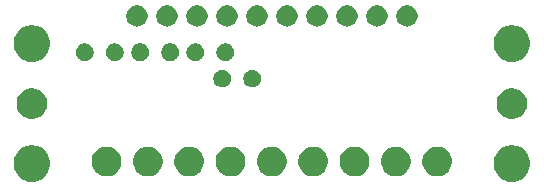
<source format=gbr>
G04 #@! TF.GenerationSoftware,KiCad,Pcbnew,5.1.5-52549c5~86~ubuntu18.04.1*
G04 #@! TF.CreationDate,2020-09-30T17:57:14-05:00*
G04 #@! TF.ProjectId,D05,4430352e-6b69-4636-9164-5f7063625858,rev?*
G04 #@! TF.SameCoordinates,Original*
G04 #@! TF.FileFunction,Soldermask,Bot*
G04 #@! TF.FilePolarity,Negative*
%FSLAX46Y46*%
G04 Gerber Fmt 4.6, Leading zero omitted, Abs format (unit mm)*
G04 Created by KiCad (PCBNEW 5.1.5-52549c5~86~ubuntu18.04.1) date 2020-09-30 17:57:14*
%MOMM*%
%LPD*%
G04 APERTURE LIST*
%ADD10C,0.100000*%
G04 APERTURE END LIST*
D10*
G36*
X64752585Y-32448802D02*
G01*
X64902410Y-32478604D01*
X65184674Y-32595521D01*
X65438705Y-32765259D01*
X65654741Y-32981295D01*
X65824479Y-33235326D01*
X65941396Y-33517590D01*
X66001000Y-33817240D01*
X66001000Y-34122760D01*
X65941396Y-34422410D01*
X65824479Y-34704674D01*
X65654741Y-34958705D01*
X65438705Y-35174741D01*
X65184674Y-35344479D01*
X64902410Y-35461396D01*
X64752585Y-35491198D01*
X64602761Y-35521000D01*
X64297239Y-35521000D01*
X64147415Y-35491198D01*
X63997590Y-35461396D01*
X63715326Y-35344479D01*
X63461295Y-35174741D01*
X63245259Y-34958705D01*
X63075521Y-34704674D01*
X62958604Y-34422410D01*
X62899000Y-34122760D01*
X62899000Y-33817240D01*
X62958604Y-33517590D01*
X63075521Y-33235326D01*
X63245259Y-32981295D01*
X63461295Y-32765259D01*
X63715326Y-32595521D01*
X63997590Y-32478604D01*
X64147415Y-32448802D01*
X64297239Y-32419000D01*
X64602761Y-32419000D01*
X64752585Y-32448802D01*
G37*
G36*
X24112585Y-32448802D02*
G01*
X24262410Y-32478604D01*
X24544674Y-32595521D01*
X24798705Y-32765259D01*
X25014741Y-32981295D01*
X25184479Y-33235326D01*
X25301396Y-33517590D01*
X25361000Y-33817240D01*
X25361000Y-34122760D01*
X25301396Y-34422410D01*
X25184479Y-34704674D01*
X25014741Y-34958705D01*
X24798705Y-35174741D01*
X24544674Y-35344479D01*
X24262410Y-35461396D01*
X24112585Y-35491198D01*
X23962761Y-35521000D01*
X23657239Y-35521000D01*
X23507415Y-35491198D01*
X23357590Y-35461396D01*
X23075326Y-35344479D01*
X22821295Y-35174741D01*
X22605259Y-34958705D01*
X22435521Y-34704674D01*
X22318604Y-34422410D01*
X22259000Y-34122760D01*
X22259000Y-33817240D01*
X22318604Y-33517590D01*
X22435521Y-33235326D01*
X22605259Y-32981295D01*
X22821295Y-32765259D01*
X23075326Y-32595521D01*
X23357590Y-32478604D01*
X23507415Y-32448802D01*
X23657239Y-32419000D01*
X23962761Y-32419000D01*
X24112585Y-32448802D01*
G37*
G36*
X51494903Y-32579075D02*
G01*
X51722571Y-32673378D01*
X51927466Y-32810285D01*
X52101715Y-32984534D01*
X52101716Y-32984536D01*
X52238623Y-33189431D01*
X52332925Y-33417097D01*
X52352915Y-33517591D01*
X52381000Y-33658787D01*
X52381000Y-33905213D01*
X52332925Y-34146903D01*
X52238622Y-34374571D01*
X52101715Y-34579466D01*
X51927466Y-34753715D01*
X51722571Y-34890622D01*
X51722570Y-34890623D01*
X51722569Y-34890623D01*
X51494903Y-34984925D01*
X51253214Y-35033000D01*
X51006786Y-35033000D01*
X50765097Y-34984925D01*
X50537431Y-34890623D01*
X50537430Y-34890623D01*
X50537429Y-34890622D01*
X50332534Y-34753715D01*
X50158285Y-34579466D01*
X50021378Y-34374571D01*
X49927075Y-34146903D01*
X49879000Y-33905213D01*
X49879000Y-33658787D01*
X49907086Y-33517591D01*
X49927075Y-33417097D01*
X50021377Y-33189431D01*
X50158284Y-32984536D01*
X50158285Y-32984534D01*
X50332534Y-32810285D01*
X50537429Y-32673378D01*
X50765097Y-32579075D01*
X51006786Y-32531000D01*
X51253214Y-32531000D01*
X51494903Y-32579075D01*
G37*
G36*
X47994903Y-32579075D02*
G01*
X48222571Y-32673378D01*
X48427466Y-32810285D01*
X48601715Y-32984534D01*
X48601716Y-32984536D01*
X48738623Y-33189431D01*
X48832925Y-33417097D01*
X48852915Y-33517591D01*
X48881000Y-33658787D01*
X48881000Y-33905213D01*
X48832925Y-34146903D01*
X48738622Y-34374571D01*
X48601715Y-34579466D01*
X48427466Y-34753715D01*
X48222571Y-34890622D01*
X48222570Y-34890623D01*
X48222569Y-34890623D01*
X47994903Y-34984925D01*
X47753214Y-35033000D01*
X47506786Y-35033000D01*
X47265097Y-34984925D01*
X47037431Y-34890623D01*
X47037430Y-34890623D01*
X47037429Y-34890622D01*
X46832534Y-34753715D01*
X46658285Y-34579466D01*
X46521378Y-34374571D01*
X46427075Y-34146903D01*
X46379000Y-33905213D01*
X46379000Y-33658787D01*
X46407086Y-33517591D01*
X46427075Y-33417097D01*
X46521377Y-33189431D01*
X46658284Y-32984536D01*
X46658285Y-32984534D01*
X46832534Y-32810285D01*
X47037429Y-32673378D01*
X47265097Y-32579075D01*
X47506786Y-32531000D01*
X47753214Y-32531000D01*
X47994903Y-32579075D01*
G37*
G36*
X44494903Y-32579075D02*
G01*
X44722571Y-32673378D01*
X44927466Y-32810285D01*
X45101715Y-32984534D01*
X45101716Y-32984536D01*
X45238623Y-33189431D01*
X45332925Y-33417097D01*
X45352915Y-33517591D01*
X45381000Y-33658787D01*
X45381000Y-33905213D01*
X45332925Y-34146903D01*
X45238622Y-34374571D01*
X45101715Y-34579466D01*
X44927466Y-34753715D01*
X44722571Y-34890622D01*
X44722570Y-34890623D01*
X44722569Y-34890623D01*
X44494903Y-34984925D01*
X44253214Y-35033000D01*
X44006786Y-35033000D01*
X43765097Y-34984925D01*
X43537431Y-34890623D01*
X43537430Y-34890623D01*
X43537429Y-34890622D01*
X43332534Y-34753715D01*
X43158285Y-34579466D01*
X43021378Y-34374571D01*
X42927075Y-34146903D01*
X42879000Y-33905213D01*
X42879000Y-33658787D01*
X42907086Y-33517591D01*
X42927075Y-33417097D01*
X43021377Y-33189431D01*
X43158284Y-32984536D01*
X43158285Y-32984534D01*
X43332534Y-32810285D01*
X43537429Y-32673378D01*
X43765097Y-32579075D01*
X44006786Y-32531000D01*
X44253214Y-32531000D01*
X44494903Y-32579075D01*
G37*
G36*
X40994903Y-32579075D02*
G01*
X41222571Y-32673378D01*
X41427466Y-32810285D01*
X41601715Y-32984534D01*
X41601716Y-32984536D01*
X41738623Y-33189431D01*
X41832925Y-33417097D01*
X41852915Y-33517591D01*
X41881000Y-33658787D01*
X41881000Y-33905213D01*
X41832925Y-34146903D01*
X41738622Y-34374571D01*
X41601715Y-34579466D01*
X41427466Y-34753715D01*
X41222571Y-34890622D01*
X41222570Y-34890623D01*
X41222569Y-34890623D01*
X40994903Y-34984925D01*
X40753214Y-35033000D01*
X40506786Y-35033000D01*
X40265097Y-34984925D01*
X40037431Y-34890623D01*
X40037430Y-34890623D01*
X40037429Y-34890622D01*
X39832534Y-34753715D01*
X39658285Y-34579466D01*
X39521378Y-34374571D01*
X39427075Y-34146903D01*
X39379000Y-33905213D01*
X39379000Y-33658787D01*
X39407086Y-33517591D01*
X39427075Y-33417097D01*
X39521377Y-33189431D01*
X39658284Y-32984536D01*
X39658285Y-32984534D01*
X39832534Y-32810285D01*
X40037429Y-32673378D01*
X40265097Y-32579075D01*
X40506786Y-32531000D01*
X40753214Y-32531000D01*
X40994903Y-32579075D01*
G37*
G36*
X37494903Y-32579075D02*
G01*
X37722571Y-32673378D01*
X37927466Y-32810285D01*
X38101715Y-32984534D01*
X38101716Y-32984536D01*
X38238623Y-33189431D01*
X38332925Y-33417097D01*
X38352915Y-33517591D01*
X38381000Y-33658787D01*
X38381000Y-33905213D01*
X38332925Y-34146903D01*
X38238622Y-34374571D01*
X38101715Y-34579466D01*
X37927466Y-34753715D01*
X37722571Y-34890622D01*
X37722570Y-34890623D01*
X37722569Y-34890623D01*
X37494903Y-34984925D01*
X37253214Y-35033000D01*
X37006786Y-35033000D01*
X36765097Y-34984925D01*
X36537431Y-34890623D01*
X36537430Y-34890623D01*
X36537429Y-34890622D01*
X36332534Y-34753715D01*
X36158285Y-34579466D01*
X36021378Y-34374571D01*
X35927075Y-34146903D01*
X35879000Y-33905213D01*
X35879000Y-33658787D01*
X35907086Y-33517591D01*
X35927075Y-33417097D01*
X36021377Y-33189431D01*
X36158284Y-32984536D01*
X36158285Y-32984534D01*
X36332534Y-32810285D01*
X36537429Y-32673378D01*
X36765097Y-32579075D01*
X37006786Y-32531000D01*
X37253214Y-32531000D01*
X37494903Y-32579075D01*
G37*
G36*
X33994903Y-32579075D02*
G01*
X34222571Y-32673378D01*
X34427466Y-32810285D01*
X34601715Y-32984534D01*
X34601716Y-32984536D01*
X34738623Y-33189431D01*
X34832925Y-33417097D01*
X34852915Y-33517591D01*
X34881000Y-33658787D01*
X34881000Y-33905213D01*
X34832925Y-34146903D01*
X34738622Y-34374571D01*
X34601715Y-34579466D01*
X34427466Y-34753715D01*
X34222571Y-34890622D01*
X34222570Y-34890623D01*
X34222569Y-34890623D01*
X33994903Y-34984925D01*
X33753214Y-35033000D01*
X33506786Y-35033000D01*
X33265097Y-34984925D01*
X33037431Y-34890623D01*
X33037430Y-34890623D01*
X33037429Y-34890622D01*
X32832534Y-34753715D01*
X32658285Y-34579466D01*
X32521378Y-34374571D01*
X32427075Y-34146903D01*
X32379000Y-33905213D01*
X32379000Y-33658787D01*
X32407086Y-33517591D01*
X32427075Y-33417097D01*
X32521377Y-33189431D01*
X32658284Y-32984536D01*
X32658285Y-32984534D01*
X32832534Y-32810285D01*
X33037429Y-32673378D01*
X33265097Y-32579075D01*
X33506786Y-32531000D01*
X33753214Y-32531000D01*
X33994903Y-32579075D01*
G37*
G36*
X30494903Y-32579075D02*
G01*
X30722571Y-32673378D01*
X30927466Y-32810285D01*
X31101715Y-32984534D01*
X31101716Y-32984536D01*
X31238623Y-33189431D01*
X31332925Y-33417097D01*
X31352915Y-33517591D01*
X31381000Y-33658787D01*
X31381000Y-33905213D01*
X31332925Y-34146903D01*
X31238622Y-34374571D01*
X31101715Y-34579466D01*
X30927466Y-34753715D01*
X30722571Y-34890622D01*
X30722570Y-34890623D01*
X30722569Y-34890623D01*
X30494903Y-34984925D01*
X30253214Y-35033000D01*
X30006786Y-35033000D01*
X29765097Y-34984925D01*
X29537431Y-34890623D01*
X29537430Y-34890623D01*
X29537429Y-34890622D01*
X29332534Y-34753715D01*
X29158285Y-34579466D01*
X29021378Y-34374571D01*
X28927075Y-34146903D01*
X28879000Y-33905213D01*
X28879000Y-33658787D01*
X28907086Y-33517591D01*
X28927075Y-33417097D01*
X29021377Y-33189431D01*
X29158284Y-32984536D01*
X29158285Y-32984534D01*
X29332534Y-32810285D01*
X29537429Y-32673378D01*
X29765097Y-32579075D01*
X30006786Y-32531000D01*
X30253214Y-32531000D01*
X30494903Y-32579075D01*
G37*
G36*
X54994903Y-32579075D02*
G01*
X55222571Y-32673378D01*
X55427466Y-32810285D01*
X55601715Y-32984534D01*
X55601716Y-32984536D01*
X55738623Y-33189431D01*
X55832925Y-33417097D01*
X55852915Y-33517591D01*
X55881000Y-33658787D01*
X55881000Y-33905213D01*
X55832925Y-34146903D01*
X55738622Y-34374571D01*
X55601715Y-34579466D01*
X55427466Y-34753715D01*
X55222571Y-34890622D01*
X55222570Y-34890623D01*
X55222569Y-34890623D01*
X54994903Y-34984925D01*
X54753214Y-35033000D01*
X54506786Y-35033000D01*
X54265097Y-34984925D01*
X54037431Y-34890623D01*
X54037430Y-34890623D01*
X54037429Y-34890622D01*
X53832534Y-34753715D01*
X53658285Y-34579466D01*
X53521378Y-34374571D01*
X53427075Y-34146903D01*
X53379000Y-33905213D01*
X53379000Y-33658787D01*
X53407086Y-33517591D01*
X53427075Y-33417097D01*
X53521377Y-33189431D01*
X53658284Y-32984536D01*
X53658285Y-32984534D01*
X53832534Y-32810285D01*
X54037429Y-32673378D01*
X54265097Y-32579075D01*
X54506786Y-32531000D01*
X54753214Y-32531000D01*
X54994903Y-32579075D01*
G37*
G36*
X58494903Y-32579075D02*
G01*
X58722571Y-32673378D01*
X58927466Y-32810285D01*
X59101715Y-32984534D01*
X59101716Y-32984536D01*
X59238623Y-33189431D01*
X59332925Y-33417097D01*
X59352915Y-33517591D01*
X59381000Y-33658787D01*
X59381000Y-33905213D01*
X59332925Y-34146903D01*
X59238622Y-34374571D01*
X59101715Y-34579466D01*
X58927466Y-34753715D01*
X58722571Y-34890622D01*
X58722570Y-34890623D01*
X58722569Y-34890623D01*
X58494903Y-34984925D01*
X58253214Y-35033000D01*
X58006786Y-35033000D01*
X57765097Y-34984925D01*
X57537431Y-34890623D01*
X57537430Y-34890623D01*
X57537429Y-34890622D01*
X57332534Y-34753715D01*
X57158285Y-34579466D01*
X57021378Y-34374571D01*
X56927075Y-34146903D01*
X56879000Y-33905213D01*
X56879000Y-33658787D01*
X56907086Y-33517591D01*
X56927075Y-33417097D01*
X57021377Y-33189431D01*
X57158284Y-32984536D01*
X57158285Y-32984534D01*
X57332534Y-32810285D01*
X57537429Y-32673378D01*
X57765097Y-32579075D01*
X58006786Y-32531000D01*
X58253214Y-32531000D01*
X58494903Y-32579075D01*
G37*
G36*
X24189393Y-27639304D02*
G01*
X24426101Y-27737352D01*
X24426103Y-27737353D01*
X24639135Y-27879696D01*
X24820304Y-28060865D01*
X24962647Y-28273897D01*
X24962648Y-28273899D01*
X25060696Y-28510607D01*
X25110680Y-28761893D01*
X25110680Y-29018107D01*
X25060696Y-29269393D01*
X24962648Y-29506101D01*
X24962647Y-29506103D01*
X24820304Y-29719135D01*
X24639135Y-29900304D01*
X24426103Y-30042647D01*
X24426102Y-30042648D01*
X24426101Y-30042648D01*
X24189393Y-30140696D01*
X23938107Y-30190680D01*
X23681893Y-30190680D01*
X23430607Y-30140696D01*
X23193899Y-30042648D01*
X23193898Y-30042648D01*
X23193897Y-30042647D01*
X22980865Y-29900304D01*
X22799696Y-29719135D01*
X22657353Y-29506103D01*
X22657352Y-29506101D01*
X22559304Y-29269393D01*
X22509320Y-29018107D01*
X22509320Y-28761893D01*
X22559304Y-28510607D01*
X22657352Y-28273899D01*
X22657353Y-28273897D01*
X22799696Y-28060865D01*
X22980865Y-27879696D01*
X23193897Y-27737353D01*
X23193899Y-27737352D01*
X23430607Y-27639304D01*
X23681893Y-27589320D01*
X23938107Y-27589320D01*
X24189393Y-27639304D01*
G37*
G36*
X64829393Y-27639304D02*
G01*
X65066101Y-27737352D01*
X65066103Y-27737353D01*
X65279135Y-27879696D01*
X65460304Y-28060865D01*
X65602647Y-28273897D01*
X65602648Y-28273899D01*
X65700696Y-28510607D01*
X65750680Y-28761893D01*
X65750680Y-29018107D01*
X65700696Y-29269393D01*
X65602648Y-29506101D01*
X65602647Y-29506103D01*
X65460304Y-29719135D01*
X65279135Y-29900304D01*
X65066103Y-30042647D01*
X65066102Y-30042648D01*
X65066101Y-30042648D01*
X64829393Y-30140696D01*
X64578107Y-30190680D01*
X64321893Y-30190680D01*
X64070607Y-30140696D01*
X63833899Y-30042648D01*
X63833898Y-30042648D01*
X63833897Y-30042647D01*
X63620865Y-29900304D01*
X63439696Y-29719135D01*
X63297353Y-29506103D01*
X63297352Y-29506101D01*
X63199304Y-29269393D01*
X63149320Y-29018107D01*
X63149320Y-28761893D01*
X63199304Y-28510607D01*
X63297352Y-28273899D01*
X63297353Y-28273897D01*
X63439696Y-28060865D01*
X63620865Y-27879696D01*
X63833897Y-27737353D01*
X63833899Y-27737352D01*
X64070607Y-27639304D01*
X64321893Y-27589320D01*
X64578107Y-27589320D01*
X64829393Y-27639304D01*
G37*
G36*
X40147859Y-26049460D02*
G01*
X40284532Y-26106072D01*
X40407535Y-26188260D01*
X40512140Y-26292865D01*
X40594328Y-26415868D01*
X40650940Y-26552541D01*
X40679800Y-26697633D01*
X40679800Y-26845567D01*
X40650940Y-26990659D01*
X40594328Y-27127332D01*
X40512140Y-27250335D01*
X40407535Y-27354940D01*
X40284532Y-27437128D01*
X40284531Y-27437129D01*
X40284530Y-27437129D01*
X40147859Y-27493740D01*
X40002768Y-27522600D01*
X39854832Y-27522600D01*
X39709741Y-27493740D01*
X39573070Y-27437129D01*
X39573069Y-27437129D01*
X39573068Y-27437128D01*
X39450065Y-27354940D01*
X39345460Y-27250335D01*
X39263272Y-27127332D01*
X39206660Y-26990659D01*
X39177800Y-26845567D01*
X39177800Y-26697633D01*
X39206660Y-26552541D01*
X39263272Y-26415868D01*
X39345460Y-26292865D01*
X39450065Y-26188260D01*
X39573068Y-26106072D01*
X39709741Y-26049460D01*
X39854832Y-26020600D01*
X40002768Y-26020600D01*
X40147859Y-26049460D01*
G37*
G36*
X42687859Y-26049460D02*
G01*
X42824532Y-26106072D01*
X42947535Y-26188260D01*
X43052140Y-26292865D01*
X43134328Y-26415868D01*
X43190940Y-26552541D01*
X43219800Y-26697633D01*
X43219800Y-26845567D01*
X43190940Y-26990659D01*
X43134328Y-27127332D01*
X43052140Y-27250335D01*
X42947535Y-27354940D01*
X42824532Y-27437128D01*
X42824531Y-27437129D01*
X42824530Y-27437129D01*
X42687859Y-27493740D01*
X42542768Y-27522600D01*
X42394832Y-27522600D01*
X42249741Y-27493740D01*
X42113070Y-27437129D01*
X42113069Y-27437129D01*
X42113068Y-27437128D01*
X41990065Y-27354940D01*
X41885460Y-27250335D01*
X41803272Y-27127332D01*
X41746660Y-26990659D01*
X41717800Y-26845567D01*
X41717800Y-26697633D01*
X41746660Y-26552541D01*
X41803272Y-26415868D01*
X41885460Y-26292865D01*
X41990065Y-26188260D01*
X42113068Y-26106072D01*
X42249741Y-26049460D01*
X42394832Y-26020600D01*
X42542768Y-26020600D01*
X42687859Y-26049460D01*
G37*
G36*
X24112585Y-22288802D02*
G01*
X24262410Y-22318604D01*
X24544674Y-22435521D01*
X24798705Y-22605259D01*
X25014741Y-22821295D01*
X25184479Y-23075326D01*
X25301396Y-23357590D01*
X25361000Y-23657240D01*
X25361000Y-23962760D01*
X25301396Y-24262410D01*
X25184479Y-24544674D01*
X25014741Y-24798705D01*
X24798705Y-25014741D01*
X24544674Y-25184479D01*
X24262410Y-25301396D01*
X24112585Y-25331198D01*
X23962761Y-25361000D01*
X23657239Y-25361000D01*
X23507415Y-25331198D01*
X23357590Y-25301396D01*
X23075326Y-25184479D01*
X22821295Y-25014741D01*
X22605259Y-24798705D01*
X22435521Y-24544674D01*
X22318604Y-24262410D01*
X22259000Y-23962760D01*
X22259000Y-23657240D01*
X22318604Y-23357590D01*
X22435521Y-23075326D01*
X22605259Y-22821295D01*
X22821295Y-22605259D01*
X23075326Y-22435521D01*
X23357590Y-22318604D01*
X23507415Y-22288802D01*
X23657239Y-22259000D01*
X23962761Y-22259000D01*
X24112585Y-22288802D01*
G37*
G36*
X64752585Y-22288802D02*
G01*
X64902410Y-22318604D01*
X65184674Y-22435521D01*
X65438705Y-22605259D01*
X65654741Y-22821295D01*
X65824479Y-23075326D01*
X65941396Y-23357590D01*
X66001000Y-23657240D01*
X66001000Y-23962760D01*
X65941396Y-24262410D01*
X65824479Y-24544674D01*
X65654741Y-24798705D01*
X65438705Y-25014741D01*
X65184674Y-25184479D01*
X64902410Y-25301396D01*
X64752585Y-25331198D01*
X64602761Y-25361000D01*
X64297239Y-25361000D01*
X64147415Y-25331198D01*
X63997590Y-25301396D01*
X63715326Y-25184479D01*
X63461295Y-25014741D01*
X63245259Y-24798705D01*
X63075521Y-24544674D01*
X62958604Y-24262410D01*
X62899000Y-23962760D01*
X62899000Y-23657240D01*
X62958604Y-23357590D01*
X63075521Y-23075326D01*
X63245259Y-22821295D01*
X63461295Y-22605259D01*
X63715326Y-22435521D01*
X63997590Y-22318604D01*
X64147415Y-22288802D01*
X64297239Y-22259000D01*
X64602761Y-22259000D01*
X64752585Y-22288802D01*
G37*
G36*
X31054659Y-23814260D02*
G01*
X31191332Y-23870872D01*
X31314335Y-23953060D01*
X31418940Y-24057665D01*
X31501128Y-24180668D01*
X31557740Y-24317341D01*
X31586600Y-24462433D01*
X31586600Y-24610367D01*
X31557740Y-24755459D01*
X31501128Y-24892132D01*
X31418940Y-25015135D01*
X31314335Y-25119740D01*
X31191332Y-25201928D01*
X31191331Y-25201929D01*
X31191330Y-25201929D01*
X31054659Y-25258540D01*
X30909568Y-25287400D01*
X30761632Y-25287400D01*
X30616541Y-25258540D01*
X30479870Y-25201929D01*
X30479869Y-25201929D01*
X30479868Y-25201928D01*
X30356865Y-25119740D01*
X30252260Y-25015135D01*
X30170072Y-24892132D01*
X30113460Y-24755459D01*
X30084600Y-24610367D01*
X30084600Y-24462433D01*
X30113460Y-24317341D01*
X30170072Y-24180668D01*
X30252260Y-24057665D01*
X30356865Y-23953060D01*
X30479868Y-23870872D01*
X30616541Y-23814260D01*
X30761632Y-23785400D01*
X30909568Y-23785400D01*
X31054659Y-23814260D01*
G37*
G36*
X40401859Y-23814260D02*
G01*
X40538532Y-23870872D01*
X40661535Y-23953060D01*
X40766140Y-24057665D01*
X40848328Y-24180668D01*
X40904940Y-24317341D01*
X40933800Y-24462433D01*
X40933800Y-24610367D01*
X40904940Y-24755459D01*
X40848328Y-24892132D01*
X40766140Y-25015135D01*
X40661535Y-25119740D01*
X40538532Y-25201928D01*
X40538531Y-25201929D01*
X40538530Y-25201929D01*
X40401859Y-25258540D01*
X40256768Y-25287400D01*
X40108832Y-25287400D01*
X39963741Y-25258540D01*
X39827070Y-25201929D01*
X39827069Y-25201929D01*
X39827068Y-25201928D01*
X39704065Y-25119740D01*
X39599460Y-25015135D01*
X39517272Y-24892132D01*
X39460660Y-24755459D01*
X39431800Y-24610367D01*
X39431800Y-24462433D01*
X39460660Y-24317341D01*
X39517272Y-24180668D01*
X39599460Y-24057665D01*
X39704065Y-23953060D01*
X39827068Y-23870872D01*
X39963741Y-23814260D01*
X40108832Y-23785400D01*
X40256768Y-23785400D01*
X40401859Y-23814260D01*
G37*
G36*
X37861859Y-23814260D02*
G01*
X37998532Y-23870872D01*
X38121535Y-23953060D01*
X38226140Y-24057665D01*
X38308328Y-24180668D01*
X38364940Y-24317341D01*
X38393800Y-24462433D01*
X38393800Y-24610367D01*
X38364940Y-24755459D01*
X38308328Y-24892132D01*
X38226140Y-25015135D01*
X38121535Y-25119740D01*
X37998532Y-25201928D01*
X37998531Y-25201929D01*
X37998530Y-25201929D01*
X37861859Y-25258540D01*
X37716768Y-25287400D01*
X37568832Y-25287400D01*
X37423741Y-25258540D01*
X37287070Y-25201929D01*
X37287069Y-25201929D01*
X37287068Y-25201928D01*
X37164065Y-25119740D01*
X37059460Y-25015135D01*
X36977272Y-24892132D01*
X36920660Y-24755459D01*
X36891800Y-24610367D01*
X36891800Y-24462433D01*
X36920660Y-24317341D01*
X36977272Y-24180668D01*
X37059460Y-24057665D01*
X37164065Y-23953060D01*
X37287068Y-23870872D01*
X37423741Y-23814260D01*
X37568832Y-23785400D01*
X37716768Y-23785400D01*
X37861859Y-23814260D01*
G37*
G36*
X35728259Y-23814260D02*
G01*
X35864932Y-23870872D01*
X35987935Y-23953060D01*
X36092540Y-24057665D01*
X36174728Y-24180668D01*
X36231340Y-24317341D01*
X36260200Y-24462433D01*
X36260200Y-24610367D01*
X36231340Y-24755459D01*
X36174728Y-24892132D01*
X36092540Y-25015135D01*
X35987935Y-25119740D01*
X35864932Y-25201928D01*
X35864931Y-25201929D01*
X35864930Y-25201929D01*
X35728259Y-25258540D01*
X35583168Y-25287400D01*
X35435232Y-25287400D01*
X35290141Y-25258540D01*
X35153470Y-25201929D01*
X35153469Y-25201929D01*
X35153468Y-25201928D01*
X35030465Y-25119740D01*
X34925860Y-25015135D01*
X34843672Y-24892132D01*
X34787060Y-24755459D01*
X34758200Y-24610367D01*
X34758200Y-24462433D01*
X34787060Y-24317341D01*
X34843672Y-24180668D01*
X34925860Y-24057665D01*
X35030465Y-23953060D01*
X35153468Y-23870872D01*
X35290141Y-23814260D01*
X35435232Y-23785400D01*
X35583168Y-23785400D01*
X35728259Y-23814260D01*
G37*
G36*
X33188259Y-23814260D02*
G01*
X33324932Y-23870872D01*
X33447935Y-23953060D01*
X33552540Y-24057665D01*
X33634728Y-24180668D01*
X33691340Y-24317341D01*
X33720200Y-24462433D01*
X33720200Y-24610367D01*
X33691340Y-24755459D01*
X33634728Y-24892132D01*
X33552540Y-25015135D01*
X33447935Y-25119740D01*
X33324932Y-25201928D01*
X33324931Y-25201929D01*
X33324930Y-25201929D01*
X33188259Y-25258540D01*
X33043168Y-25287400D01*
X32895232Y-25287400D01*
X32750141Y-25258540D01*
X32613470Y-25201929D01*
X32613469Y-25201929D01*
X32613468Y-25201928D01*
X32490465Y-25119740D01*
X32385860Y-25015135D01*
X32303672Y-24892132D01*
X32247060Y-24755459D01*
X32218200Y-24610367D01*
X32218200Y-24462433D01*
X32247060Y-24317341D01*
X32303672Y-24180668D01*
X32385860Y-24057665D01*
X32490465Y-23953060D01*
X32613468Y-23870872D01*
X32750141Y-23814260D01*
X32895232Y-23785400D01*
X33043168Y-23785400D01*
X33188259Y-23814260D01*
G37*
G36*
X28514659Y-23814260D02*
G01*
X28651332Y-23870872D01*
X28774335Y-23953060D01*
X28878940Y-24057665D01*
X28961128Y-24180668D01*
X29017740Y-24317341D01*
X29046600Y-24462433D01*
X29046600Y-24610367D01*
X29017740Y-24755459D01*
X28961128Y-24892132D01*
X28878940Y-25015135D01*
X28774335Y-25119740D01*
X28651332Y-25201928D01*
X28651331Y-25201929D01*
X28651330Y-25201929D01*
X28514659Y-25258540D01*
X28369568Y-25287400D01*
X28221632Y-25287400D01*
X28076541Y-25258540D01*
X27939870Y-25201929D01*
X27939869Y-25201929D01*
X27939868Y-25201928D01*
X27816865Y-25119740D01*
X27712260Y-25015135D01*
X27630072Y-24892132D01*
X27573460Y-24755459D01*
X27544600Y-24610367D01*
X27544600Y-24462433D01*
X27573460Y-24317341D01*
X27630072Y-24180668D01*
X27712260Y-24057665D01*
X27816865Y-23953060D01*
X27939868Y-23870872D01*
X28076541Y-23814260D01*
X28221632Y-23785400D01*
X28369568Y-23785400D01*
X28514659Y-23814260D01*
G37*
G36*
X32813512Y-20566927D02*
G01*
X32962812Y-20596624D01*
X33126784Y-20664544D01*
X33274354Y-20763147D01*
X33399853Y-20888646D01*
X33498456Y-21036216D01*
X33566376Y-21200188D01*
X33601000Y-21374259D01*
X33601000Y-21551741D01*
X33566376Y-21725812D01*
X33498456Y-21889784D01*
X33399853Y-22037354D01*
X33274354Y-22162853D01*
X33126784Y-22261456D01*
X32962812Y-22329376D01*
X32813512Y-22359073D01*
X32788742Y-22364000D01*
X32611258Y-22364000D01*
X32586488Y-22359073D01*
X32437188Y-22329376D01*
X32273216Y-22261456D01*
X32125646Y-22162853D01*
X32000147Y-22037354D01*
X31901544Y-21889784D01*
X31833624Y-21725812D01*
X31799000Y-21551741D01*
X31799000Y-21374259D01*
X31833624Y-21200188D01*
X31901544Y-21036216D01*
X32000147Y-20888646D01*
X32125646Y-20763147D01*
X32273216Y-20664544D01*
X32437188Y-20596624D01*
X32586488Y-20566927D01*
X32611258Y-20562000D01*
X32788742Y-20562000D01*
X32813512Y-20566927D01*
G37*
G36*
X35353512Y-20566927D02*
G01*
X35502812Y-20596624D01*
X35666784Y-20664544D01*
X35814354Y-20763147D01*
X35939853Y-20888646D01*
X36038456Y-21036216D01*
X36106376Y-21200188D01*
X36141000Y-21374259D01*
X36141000Y-21551741D01*
X36106376Y-21725812D01*
X36038456Y-21889784D01*
X35939853Y-22037354D01*
X35814354Y-22162853D01*
X35666784Y-22261456D01*
X35502812Y-22329376D01*
X35353512Y-22359073D01*
X35328742Y-22364000D01*
X35151258Y-22364000D01*
X35126488Y-22359073D01*
X34977188Y-22329376D01*
X34813216Y-22261456D01*
X34665646Y-22162853D01*
X34540147Y-22037354D01*
X34441544Y-21889784D01*
X34373624Y-21725812D01*
X34339000Y-21551741D01*
X34339000Y-21374259D01*
X34373624Y-21200188D01*
X34441544Y-21036216D01*
X34540147Y-20888646D01*
X34665646Y-20763147D01*
X34813216Y-20664544D01*
X34977188Y-20596624D01*
X35126488Y-20566927D01*
X35151258Y-20562000D01*
X35328742Y-20562000D01*
X35353512Y-20566927D01*
G37*
G36*
X37893512Y-20566927D02*
G01*
X38042812Y-20596624D01*
X38206784Y-20664544D01*
X38354354Y-20763147D01*
X38479853Y-20888646D01*
X38578456Y-21036216D01*
X38646376Y-21200188D01*
X38681000Y-21374259D01*
X38681000Y-21551741D01*
X38646376Y-21725812D01*
X38578456Y-21889784D01*
X38479853Y-22037354D01*
X38354354Y-22162853D01*
X38206784Y-22261456D01*
X38042812Y-22329376D01*
X37893512Y-22359073D01*
X37868742Y-22364000D01*
X37691258Y-22364000D01*
X37666488Y-22359073D01*
X37517188Y-22329376D01*
X37353216Y-22261456D01*
X37205646Y-22162853D01*
X37080147Y-22037354D01*
X36981544Y-21889784D01*
X36913624Y-21725812D01*
X36879000Y-21551741D01*
X36879000Y-21374259D01*
X36913624Y-21200188D01*
X36981544Y-21036216D01*
X37080147Y-20888646D01*
X37205646Y-20763147D01*
X37353216Y-20664544D01*
X37517188Y-20596624D01*
X37666488Y-20566927D01*
X37691258Y-20562000D01*
X37868742Y-20562000D01*
X37893512Y-20566927D01*
G37*
G36*
X42973512Y-20566927D02*
G01*
X43122812Y-20596624D01*
X43286784Y-20664544D01*
X43434354Y-20763147D01*
X43559853Y-20888646D01*
X43658456Y-21036216D01*
X43726376Y-21200188D01*
X43761000Y-21374259D01*
X43761000Y-21551741D01*
X43726376Y-21725812D01*
X43658456Y-21889784D01*
X43559853Y-22037354D01*
X43434354Y-22162853D01*
X43286784Y-22261456D01*
X43122812Y-22329376D01*
X42973512Y-22359073D01*
X42948742Y-22364000D01*
X42771258Y-22364000D01*
X42746488Y-22359073D01*
X42597188Y-22329376D01*
X42433216Y-22261456D01*
X42285646Y-22162853D01*
X42160147Y-22037354D01*
X42061544Y-21889784D01*
X41993624Y-21725812D01*
X41959000Y-21551741D01*
X41959000Y-21374259D01*
X41993624Y-21200188D01*
X42061544Y-21036216D01*
X42160147Y-20888646D01*
X42285646Y-20763147D01*
X42433216Y-20664544D01*
X42597188Y-20596624D01*
X42746488Y-20566927D01*
X42771258Y-20562000D01*
X42948742Y-20562000D01*
X42973512Y-20566927D01*
G37*
G36*
X45513512Y-20566927D02*
G01*
X45662812Y-20596624D01*
X45826784Y-20664544D01*
X45974354Y-20763147D01*
X46099853Y-20888646D01*
X46198456Y-21036216D01*
X46266376Y-21200188D01*
X46301000Y-21374259D01*
X46301000Y-21551741D01*
X46266376Y-21725812D01*
X46198456Y-21889784D01*
X46099853Y-22037354D01*
X45974354Y-22162853D01*
X45826784Y-22261456D01*
X45662812Y-22329376D01*
X45513512Y-22359073D01*
X45488742Y-22364000D01*
X45311258Y-22364000D01*
X45286488Y-22359073D01*
X45137188Y-22329376D01*
X44973216Y-22261456D01*
X44825646Y-22162853D01*
X44700147Y-22037354D01*
X44601544Y-21889784D01*
X44533624Y-21725812D01*
X44499000Y-21551741D01*
X44499000Y-21374259D01*
X44533624Y-21200188D01*
X44601544Y-21036216D01*
X44700147Y-20888646D01*
X44825646Y-20763147D01*
X44973216Y-20664544D01*
X45137188Y-20596624D01*
X45286488Y-20566927D01*
X45311258Y-20562000D01*
X45488742Y-20562000D01*
X45513512Y-20566927D01*
G37*
G36*
X48053512Y-20566927D02*
G01*
X48202812Y-20596624D01*
X48366784Y-20664544D01*
X48514354Y-20763147D01*
X48639853Y-20888646D01*
X48738456Y-21036216D01*
X48806376Y-21200188D01*
X48841000Y-21374259D01*
X48841000Y-21551741D01*
X48806376Y-21725812D01*
X48738456Y-21889784D01*
X48639853Y-22037354D01*
X48514354Y-22162853D01*
X48366784Y-22261456D01*
X48202812Y-22329376D01*
X48053512Y-22359073D01*
X48028742Y-22364000D01*
X47851258Y-22364000D01*
X47826488Y-22359073D01*
X47677188Y-22329376D01*
X47513216Y-22261456D01*
X47365646Y-22162853D01*
X47240147Y-22037354D01*
X47141544Y-21889784D01*
X47073624Y-21725812D01*
X47039000Y-21551741D01*
X47039000Y-21374259D01*
X47073624Y-21200188D01*
X47141544Y-21036216D01*
X47240147Y-20888646D01*
X47365646Y-20763147D01*
X47513216Y-20664544D01*
X47677188Y-20596624D01*
X47826488Y-20566927D01*
X47851258Y-20562000D01*
X48028742Y-20562000D01*
X48053512Y-20566927D01*
G37*
G36*
X50593512Y-20566927D02*
G01*
X50742812Y-20596624D01*
X50906784Y-20664544D01*
X51054354Y-20763147D01*
X51179853Y-20888646D01*
X51278456Y-21036216D01*
X51346376Y-21200188D01*
X51381000Y-21374259D01*
X51381000Y-21551741D01*
X51346376Y-21725812D01*
X51278456Y-21889784D01*
X51179853Y-22037354D01*
X51054354Y-22162853D01*
X50906784Y-22261456D01*
X50742812Y-22329376D01*
X50593512Y-22359073D01*
X50568742Y-22364000D01*
X50391258Y-22364000D01*
X50366488Y-22359073D01*
X50217188Y-22329376D01*
X50053216Y-22261456D01*
X49905646Y-22162853D01*
X49780147Y-22037354D01*
X49681544Y-21889784D01*
X49613624Y-21725812D01*
X49579000Y-21551741D01*
X49579000Y-21374259D01*
X49613624Y-21200188D01*
X49681544Y-21036216D01*
X49780147Y-20888646D01*
X49905646Y-20763147D01*
X50053216Y-20664544D01*
X50217188Y-20596624D01*
X50366488Y-20566927D01*
X50391258Y-20562000D01*
X50568742Y-20562000D01*
X50593512Y-20566927D01*
G37*
G36*
X53133512Y-20566927D02*
G01*
X53282812Y-20596624D01*
X53446784Y-20664544D01*
X53594354Y-20763147D01*
X53719853Y-20888646D01*
X53818456Y-21036216D01*
X53886376Y-21200188D01*
X53921000Y-21374259D01*
X53921000Y-21551741D01*
X53886376Y-21725812D01*
X53818456Y-21889784D01*
X53719853Y-22037354D01*
X53594354Y-22162853D01*
X53446784Y-22261456D01*
X53282812Y-22329376D01*
X53133512Y-22359073D01*
X53108742Y-22364000D01*
X52931258Y-22364000D01*
X52906488Y-22359073D01*
X52757188Y-22329376D01*
X52593216Y-22261456D01*
X52445646Y-22162853D01*
X52320147Y-22037354D01*
X52221544Y-21889784D01*
X52153624Y-21725812D01*
X52119000Y-21551741D01*
X52119000Y-21374259D01*
X52153624Y-21200188D01*
X52221544Y-21036216D01*
X52320147Y-20888646D01*
X52445646Y-20763147D01*
X52593216Y-20664544D01*
X52757188Y-20596624D01*
X52906488Y-20566927D01*
X52931258Y-20562000D01*
X53108742Y-20562000D01*
X53133512Y-20566927D01*
G37*
G36*
X55673512Y-20566927D02*
G01*
X55822812Y-20596624D01*
X55986784Y-20664544D01*
X56134354Y-20763147D01*
X56259853Y-20888646D01*
X56358456Y-21036216D01*
X56426376Y-21200188D01*
X56461000Y-21374259D01*
X56461000Y-21551741D01*
X56426376Y-21725812D01*
X56358456Y-21889784D01*
X56259853Y-22037354D01*
X56134354Y-22162853D01*
X55986784Y-22261456D01*
X55822812Y-22329376D01*
X55673512Y-22359073D01*
X55648742Y-22364000D01*
X55471258Y-22364000D01*
X55446488Y-22359073D01*
X55297188Y-22329376D01*
X55133216Y-22261456D01*
X54985646Y-22162853D01*
X54860147Y-22037354D01*
X54761544Y-21889784D01*
X54693624Y-21725812D01*
X54659000Y-21551741D01*
X54659000Y-21374259D01*
X54693624Y-21200188D01*
X54761544Y-21036216D01*
X54860147Y-20888646D01*
X54985646Y-20763147D01*
X55133216Y-20664544D01*
X55297188Y-20596624D01*
X55446488Y-20566927D01*
X55471258Y-20562000D01*
X55648742Y-20562000D01*
X55673512Y-20566927D01*
G37*
G36*
X40433512Y-20566927D02*
G01*
X40582812Y-20596624D01*
X40746784Y-20664544D01*
X40894354Y-20763147D01*
X41019853Y-20888646D01*
X41118456Y-21036216D01*
X41186376Y-21200188D01*
X41221000Y-21374259D01*
X41221000Y-21551741D01*
X41186376Y-21725812D01*
X41118456Y-21889784D01*
X41019853Y-22037354D01*
X40894354Y-22162853D01*
X40746784Y-22261456D01*
X40582812Y-22329376D01*
X40433512Y-22359073D01*
X40408742Y-22364000D01*
X40231258Y-22364000D01*
X40206488Y-22359073D01*
X40057188Y-22329376D01*
X39893216Y-22261456D01*
X39745646Y-22162853D01*
X39620147Y-22037354D01*
X39521544Y-21889784D01*
X39453624Y-21725812D01*
X39419000Y-21551741D01*
X39419000Y-21374259D01*
X39453624Y-21200188D01*
X39521544Y-21036216D01*
X39620147Y-20888646D01*
X39745646Y-20763147D01*
X39893216Y-20664544D01*
X40057188Y-20596624D01*
X40206488Y-20566927D01*
X40231258Y-20562000D01*
X40408742Y-20562000D01*
X40433512Y-20566927D01*
G37*
M02*

</source>
